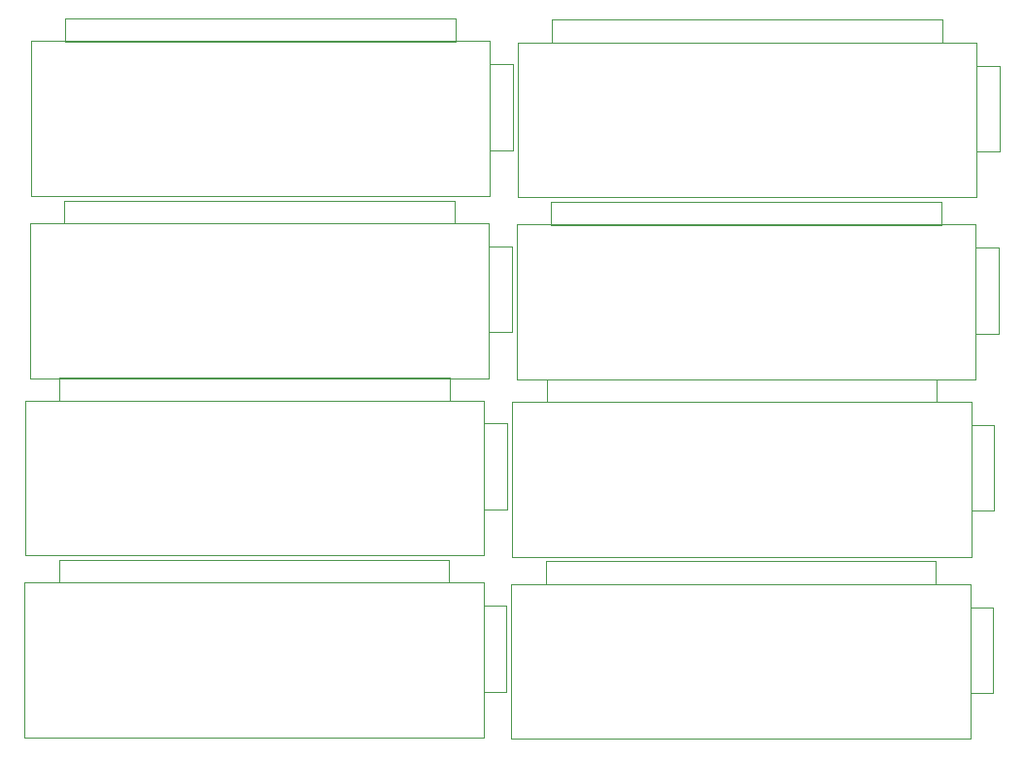
<source format=gbr>
%TF.GenerationSoftware,KiCad,Pcbnew,9.0.2*%
%TF.CreationDate,2025-11-07T14:57:23+01:00*%
%TF.ProjectId,Digispark_USB_Panel,44696769-7370-4617-926b-5f5553425f50,rev?*%
%TF.SameCoordinates,Original*%
%TF.FileFunction,Profile,NP*%
%FSLAX46Y46*%
G04 Gerber Fmt 4.6, Leading zero omitted, Abs format (unit mm)*
G04 Created by KiCad (PCBNEW 9.0.2) date 2025-11-07 14:57:23*
%MOMM*%
%LPD*%
G01*
G04 APERTURE LIST*
%TA.AperFunction,Profile*%
%ADD10C,0.050000*%
%TD*%
%TA.AperFunction,Profile*%
%ADD11C,0.010000*%
%TD*%
G04 APERTURE END LIST*
D10*
X104621650Y-98374600D02*
X138621650Y-98374600D01*
X138621650Y-100374600D01*
X104621650Y-100374600D01*
X104621650Y-98374600D01*
X141621650Y-102374600D02*
X143621650Y-102374600D01*
X143621650Y-109874600D01*
X141621650Y-109874600D01*
X141621650Y-102374600D01*
X142102450Y-71028000D02*
X144102450Y-71028000D01*
X144102450Y-78528000D01*
X142102450Y-78528000D01*
X142102450Y-71028000D01*
X105102450Y-67028000D02*
X139102450Y-67028000D01*
X139102450Y-69028000D01*
X105102450Y-69028000D01*
X105102450Y-67028000D01*
D11*
X102102450Y-69007200D02*
X142102450Y-69007200D01*
X142102450Y-82528000D01*
X102102450Y-82528000D01*
X102102450Y-69007200D01*
D10*
X105031800Y-82916200D02*
X139031800Y-82916200D01*
X139031800Y-84916200D01*
X105031800Y-84916200D01*
X105031800Y-82916200D01*
D11*
X102031800Y-84895400D02*
X142031800Y-84895400D01*
X142031800Y-98416200D01*
X102031800Y-98416200D01*
X102031800Y-84895400D01*
D10*
X142031800Y-86916200D02*
X144031800Y-86916200D01*
X144031800Y-94416200D01*
X142031800Y-94416200D01*
X142031800Y-86916200D01*
D11*
X101621650Y-100353800D02*
X141621650Y-100353800D01*
X141621650Y-113874600D01*
X101621650Y-113874600D01*
X101621650Y-100353800D01*
X101551000Y-116242000D02*
X141551000Y-116242000D01*
X141551000Y-129762800D01*
X101551000Y-129762800D01*
X101551000Y-116242000D01*
D10*
X141551000Y-118262800D02*
X143551000Y-118262800D01*
X143551000Y-125762800D01*
X141551000Y-125762800D01*
X141551000Y-118262800D01*
X104551000Y-114262800D02*
X138551000Y-114262800D01*
X138551000Y-116262800D01*
X104551000Y-116262800D01*
X104551000Y-114262800D01*
X147048300Y-98500400D02*
X181048300Y-98500400D01*
X181048300Y-100500400D01*
X147048300Y-100500400D01*
X147048300Y-98500400D01*
X184048300Y-102500400D02*
X186048300Y-102500400D01*
X186048300Y-110000400D01*
X184048300Y-110000400D01*
X184048300Y-102500400D01*
D11*
X144458450Y-85021200D02*
X184458450Y-85021200D01*
X184458450Y-98542000D01*
X144458450Y-98542000D01*
X144458450Y-85021200D01*
X143977650Y-116367800D02*
X183977650Y-116367800D01*
X183977650Y-129888600D01*
X143977650Y-129888600D01*
X143977650Y-116367800D01*
D10*
X146977650Y-114388600D02*
X180977650Y-114388600D01*
X180977650Y-116388600D01*
X146977650Y-116388600D01*
X146977650Y-114388600D01*
X147458450Y-83042000D02*
X181458450Y-83042000D01*
X181458450Y-85042000D01*
X147458450Y-85042000D01*
X147458450Y-83042000D01*
D11*
X144048300Y-100479600D02*
X184048300Y-100479600D01*
X184048300Y-114000400D01*
X144048300Y-114000400D01*
X144048300Y-100479600D01*
D10*
X184529100Y-71153800D02*
X186529100Y-71153800D01*
X186529100Y-78653800D01*
X184529100Y-78653800D01*
X184529100Y-71153800D01*
X183977650Y-118388600D02*
X185977650Y-118388600D01*
X185977650Y-125888600D01*
X183977650Y-125888600D01*
X183977650Y-118388600D01*
D11*
X144529100Y-69133000D02*
X184529100Y-69133000D01*
X184529100Y-82653800D01*
X144529100Y-82653800D01*
X144529100Y-69133000D01*
D10*
X184458450Y-87042000D02*
X186458450Y-87042000D01*
X186458450Y-94542000D01*
X184458450Y-94542000D01*
X184458450Y-87042000D01*
X147529100Y-67153800D02*
X181529100Y-67153800D01*
X181529100Y-69153800D01*
X147529100Y-69153800D01*
X147529100Y-67153800D01*
M02*

</source>
